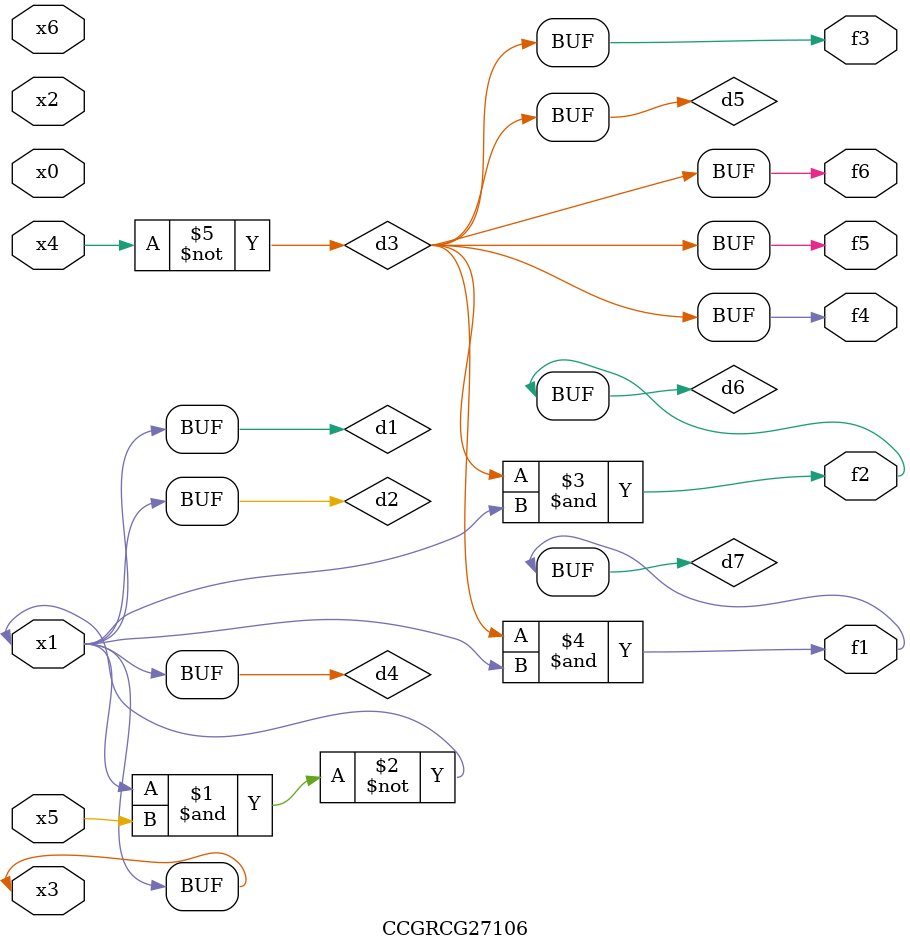
<source format=v>
module CCGRCG27106(
	input x0, x1, x2, x3, x4, x5, x6,
	output f1, f2, f3, f4, f5, f6
);

	wire d1, d2, d3, d4, d5, d6, d7;

	buf (d1, x1, x3);
	nand (d2, x1, x5);
	not (d3, x4);
	buf (d4, d1, d2);
	buf (d5, d3);
	and (d6, d3, d4);
	and (d7, d3, d4);
	assign f1 = d7;
	assign f2 = d6;
	assign f3 = d5;
	assign f4 = d5;
	assign f5 = d5;
	assign f6 = d5;
endmodule

</source>
